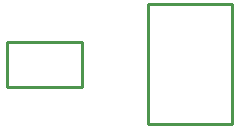
<source format=gto>
G04 DipTrace 2.1.9.5*
%INTopSilk.gbr*%
%MOIN*%
%ADD10C,0.0098*%
%FSLAX44Y44*%
%SFA1B1*%
%OFA0B0*%
G04*
G70*
G90*
G75*
G01*
%LNTopSilk*%
%LPD*%
X-3750Y750D2*
D10*
X-1250D1*
Y-750D1*
X-3750D1*
Y750D1*
X950Y2000D2*
X3750D1*
Y-2000D1*
X950D1*
Y2000D1*
M02*

</source>
